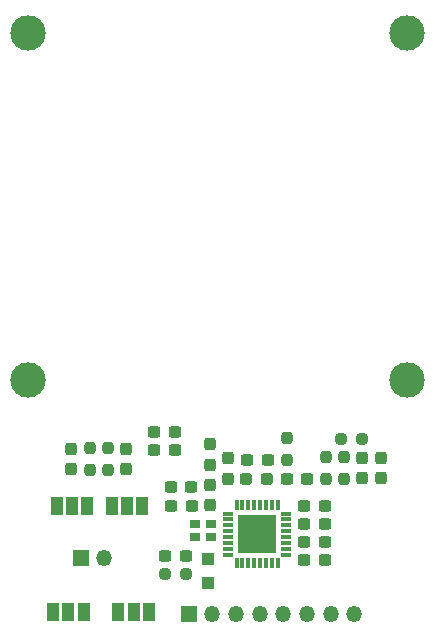
<source format=gts>
G04 #@! TF.GenerationSoftware,KiCad,Pcbnew,7.0.9*
G04 #@! TF.CreationDate,2024-04-03T14:25:17+02:00*
G04 #@! TF.ProjectId,NFC_Programmer,4e46435f-5072-46f6-9772-616d6d65722e,3.0*
G04 #@! TF.SameCoordinates,Original*
G04 #@! TF.FileFunction,Soldermask,Top*
G04 #@! TF.FilePolarity,Negative*
%FSLAX46Y46*%
G04 Gerber Fmt 4.6, Leading zero omitted, Abs format (unit mm)*
G04 Created by KiCad (PCBNEW 7.0.9) date 2024-04-03 14:25:17*
%MOMM*%
%LPD*%
G01*
G04 APERTURE LIST*
G04 Aperture macros list*
%AMRoundRect*
0 Rectangle with rounded corners*
0 $1 Rounding radius*
0 $2 $3 $4 $5 $6 $7 $8 $9 X,Y pos of 4 corners*
0 Add a 4 corners polygon primitive as box body*
4,1,4,$2,$3,$4,$5,$6,$7,$8,$9,$2,$3,0*
0 Add four circle primitives for the rounded corners*
1,1,$1+$1,$2,$3*
1,1,$1+$1,$4,$5*
1,1,$1+$1,$6,$7*
1,1,$1+$1,$8,$9*
0 Add four rect primitives between the rounded corners*
20,1,$1+$1,$2,$3,$4,$5,0*
20,1,$1+$1,$4,$5,$6,$7,0*
20,1,$1+$1,$6,$7,$8,$9,0*
20,1,$1+$1,$8,$9,$2,$3,0*%
G04 Aperture macros list end*
%ADD10RoundRect,0.237500X-0.237500X0.250000X-0.237500X-0.250000X0.237500X-0.250000X0.237500X0.250000X0*%
%ADD11RoundRect,0.237500X0.300000X0.237500X-0.300000X0.237500X-0.300000X-0.237500X0.300000X-0.237500X0*%
%ADD12RoundRect,0.237500X0.237500X-0.250000X0.237500X0.250000X-0.237500X0.250000X-0.237500X-0.250000X0*%
%ADD13R,1.000000X1.500000*%
%ADD14C,3.000000*%
%ADD15R,1.000000X1.000000*%
%ADD16R,1.350000X1.350000*%
%ADD17O,1.350000X1.350000*%
%ADD18RoundRect,0.237500X0.237500X-0.287500X0.237500X0.287500X-0.237500X0.287500X-0.237500X-0.287500X0*%
%ADD19R,0.900000X0.800000*%
%ADD20RoundRect,0.237500X0.237500X-0.300000X0.237500X0.300000X-0.237500X0.300000X-0.237500X-0.300000X0*%
%ADD21RoundRect,0.237500X-0.237500X0.300000X-0.237500X-0.300000X0.237500X-0.300000X0.237500X0.300000X0*%
%ADD22R,0.850000X0.300000*%
%ADD23R,0.300000X0.850000*%
%ADD24R,3.250000X3.250000*%
%ADD25RoundRect,0.237500X-0.300000X-0.237500X0.300000X-0.237500X0.300000X0.237500X-0.300000X0.237500X0*%
%ADD26RoundRect,0.237500X-0.250000X-0.237500X0.250000X-0.237500X0.250000X0.237500X-0.250000X0.237500X0*%
%ADD27RoundRect,0.237500X-0.287500X-0.237500X0.287500X-0.237500X0.287500X0.237500X-0.287500X0.237500X0*%
%ADD28RoundRect,0.237500X0.250000X0.237500X-0.250000X0.237500X-0.250000X-0.237500X0.250000X-0.237500X0*%
G04 APERTURE END LIST*
D10*
X150813750Y-94545000D03*
X150813750Y-96370000D03*
D11*
X147696750Y-96380000D03*
X145971750Y-96380000D03*
D12*
X145994250Y-94742500D03*
X145994250Y-92917500D03*
D13*
X131135000Y-98700000D03*
X132435000Y-98700000D03*
X133735000Y-98700000D03*
D14*
X124080000Y-58640000D03*
X156120000Y-58640000D03*
D15*
X139270000Y-105210000D03*
D11*
X137886750Y-97110000D03*
X136161750Y-97110000D03*
D16*
X128530000Y-103060000D03*
D17*
X130530000Y-103060000D03*
D18*
X140994250Y-96385000D03*
X140994250Y-94635000D03*
D11*
X136462500Y-93970000D03*
X134737500Y-93970000D03*
D14*
X124060000Y-88020000D03*
D19*
X139571750Y-100230000D03*
X138171750Y-100230000D03*
X138171750Y-101330000D03*
X139571750Y-101330000D03*
D20*
X139504250Y-98602500D03*
X139504250Y-96877500D03*
D21*
X139464250Y-93467500D03*
X139464250Y-95192500D03*
D22*
X145914250Y-102820000D03*
X145914250Y-102320000D03*
X145914250Y-101820000D03*
X145914250Y-101320000D03*
X145914250Y-100820000D03*
X145914250Y-100320000D03*
X145914250Y-99820000D03*
X145914250Y-99320000D03*
D23*
X145214250Y-98620000D03*
X144714250Y-98620000D03*
X144214250Y-98620000D03*
X143714250Y-98620000D03*
X143214250Y-98620000D03*
X142714250Y-98620000D03*
X142214250Y-98620000D03*
X141714250Y-98620000D03*
D22*
X141014250Y-99320000D03*
X141014250Y-99820000D03*
X141014250Y-100320000D03*
X141014250Y-100820000D03*
X141014250Y-101320000D03*
X141014250Y-101820000D03*
X141014250Y-102320000D03*
X141014250Y-102820000D03*
D23*
X141714250Y-103520000D03*
X142214250Y-103520000D03*
X142714250Y-103520000D03*
X143214250Y-103520000D03*
X143714250Y-103520000D03*
X144214250Y-103520000D03*
X144714250Y-103520000D03*
X145214250Y-103520000D03*
D24*
X143464250Y-101070000D03*
D16*
X137670000Y-107810000D03*
D17*
X139670000Y-107810000D03*
X141670000Y-107810000D03*
X143670000Y-107810000D03*
X145670000Y-107810000D03*
X147670000Y-107810000D03*
X149670000Y-107810000D03*
X151670000Y-107810000D03*
D10*
X130835000Y-93800000D03*
X130835000Y-95625000D03*
D15*
X139270000Y-103140000D03*
D20*
X152344250Y-96320000D03*
X152344250Y-94595000D03*
D11*
X136462500Y-92400000D03*
X134737500Y-92400000D03*
D25*
X147445000Y-98700000D03*
X149170000Y-98700000D03*
X147445000Y-100220000D03*
X149170000Y-100220000D03*
D12*
X149283250Y-96370000D03*
X149283250Y-94545000D03*
D21*
X153904250Y-94587500D03*
X153904250Y-96312500D03*
D25*
X147445000Y-101740000D03*
X149170000Y-101740000D03*
D10*
X129285000Y-93800000D03*
X129285000Y-95625000D03*
D26*
X150522500Y-92990000D03*
X152347500Y-92990000D03*
D21*
X132385000Y-93850000D03*
X132385000Y-95575000D03*
D20*
X127725000Y-95575000D03*
X127725000Y-93850000D03*
D11*
X137407500Y-102870000D03*
X135682500Y-102870000D03*
D27*
X142544250Y-96400000D03*
X144294250Y-96400000D03*
D28*
X137460000Y-104400000D03*
X135635000Y-104400000D03*
D13*
X129075000Y-98690000D03*
X127775000Y-98690000D03*
X126475000Y-98690000D03*
X134310000Y-107670000D03*
X133010000Y-107670000D03*
X131710000Y-107670000D03*
X126170000Y-107670000D03*
X127470000Y-107670000D03*
X128770000Y-107670000D03*
D25*
X142609250Y-94790000D03*
X144334250Y-94790000D03*
D11*
X137926750Y-98680000D03*
X136201750Y-98680000D03*
D14*
X156110000Y-88020000D03*
D25*
X147445000Y-103260000D03*
X149170000Y-103260000D03*
M02*

</source>
